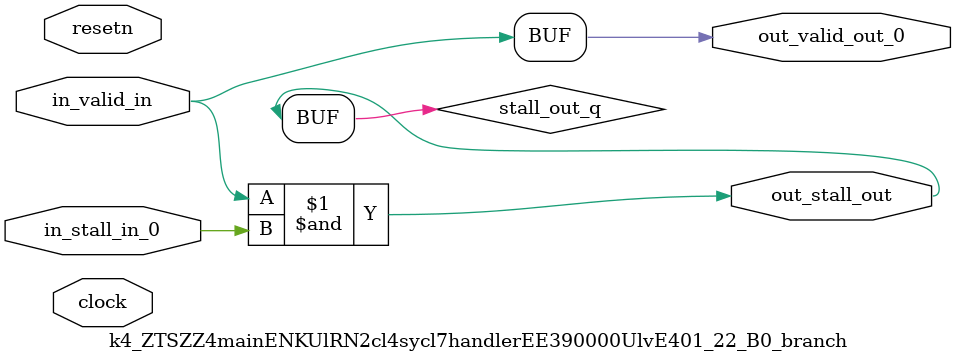
<source format=sv>



(* altera_attribute = "-name AUTO_SHIFT_REGISTER_RECOGNITION OFF; -name MESSAGE_DISABLE 10036; -name MESSAGE_DISABLE 10037; -name MESSAGE_DISABLE 14130; -name MESSAGE_DISABLE 14320; -name MESSAGE_DISABLE 15400; -name MESSAGE_DISABLE 14130; -name MESSAGE_DISABLE 10036; -name MESSAGE_DISABLE 12020; -name MESSAGE_DISABLE 12030; -name MESSAGE_DISABLE 12010; -name MESSAGE_DISABLE 12110; -name MESSAGE_DISABLE 14320; -name MESSAGE_DISABLE 13410; -name MESSAGE_DISABLE 113007; -name MESSAGE_DISABLE 10958" *)
module k4_ZTSZZ4mainENKUlRN2cl4sycl7handlerEE390000UlvE401_22_B0_branch (
    input wire [0:0] in_stall_in_0,
    input wire [0:0] in_valid_in,
    output wire [0:0] out_stall_out,
    output wire [0:0] out_valid_out_0,
    input wire clock,
    input wire resetn
    );

    wire [0:0] stall_out_q;


    // stall_out(LOGICAL,6)
    assign stall_out_q = in_valid_in & in_stall_in_0;

    // out_stall_out(GPOUT,4)
    assign out_stall_out = stall_out_q;

    // out_valid_out_0(GPOUT,5)
    assign out_valid_out_0 = in_valid_in;

endmodule

</source>
